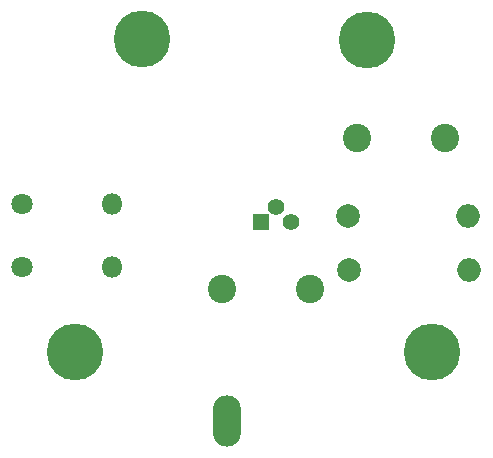
<source format=gbs>
G04 #@! TF.FileFunction,Soldermask,Bot*
%FSLAX46Y46*%
G04 Gerber Fmt 4.6, Leading zero omitted, Abs format (unit mm)*
G04 Created by KiCad (PCBNEW 4.0.7) date 05/02/18 12:51:34*
%MOMM*%
%LPD*%
G01*
G04 APERTURE LIST*
%ADD10C,0.100000*%
%ADD11O,2.380000X4.360000*%
%ADD12C,1.400000*%
%ADD13R,1.400000X1.400000*%
%ADD14C,1.800000*%
%ADD15O,1.800000X1.800000*%
%ADD16C,2.000000*%
%ADD17O,2.000000X2.000000*%
%ADD18C,4.800000*%
%ADD19C,2.400000*%
G04 APERTURE END LIST*
D10*
D11*
X103665000Y-154305000D03*
D12*
X107823000Y-136144000D03*
X109093000Y-137414000D03*
D13*
X106553000Y-137414000D03*
D14*
X86360000Y-141224000D03*
D15*
X93980000Y-141224000D03*
D16*
X114046000Y-141478000D03*
D17*
X124206000Y-141478000D03*
D14*
X86360000Y-135890000D03*
D15*
X93980000Y-135890000D03*
D16*
X113919000Y-136906000D03*
D17*
X124079000Y-136906000D03*
D18*
X121031000Y-148463000D03*
X90805000Y-148463000D03*
X115570000Y-122047000D03*
D19*
X103244000Y-143129000D03*
X110744000Y-143129000D03*
X122181000Y-130302000D03*
X114681000Y-130302000D03*
D18*
X96520000Y-121920000D03*
M02*

</source>
